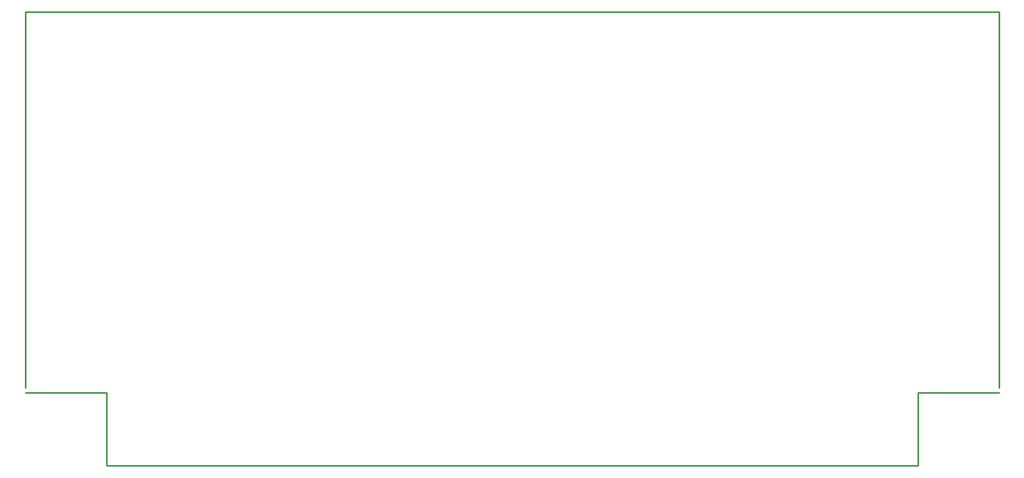
<source format=gko>
G04*
G04 #@! TF.GenerationSoftware,Altium Limited,Altium Designer,24.2.2 (26)*
G04*
G04 Layer_Color=16711935*
%FSLAX44Y44*%
%MOMM*%
G71*
G04*
G04 #@! TF.SameCoordinates,6AE4F847-9EFA-45B8-A2EA-998FC1DA7BFA*
G04*
G04*
G04 #@! TF.FilePolarity,Positive*
G04*
G01*
G75*
%ADD10C,0.2540*%
D10*
X127000Y0D02*
X1397000D01*
X0Y121920D02*
Y711200D01*
X1524000Y121920D02*
Y635000D01*
Y711200D01*
X1397000Y0D02*
Y114300D01*
X1524000D01*
Y635000D02*
Y711200D01*
X0Y114300D02*
X127000D01*
X0Y711200D02*
X1524000D01*
X127000Y0D02*
Y114300D01*
M02*

</source>
